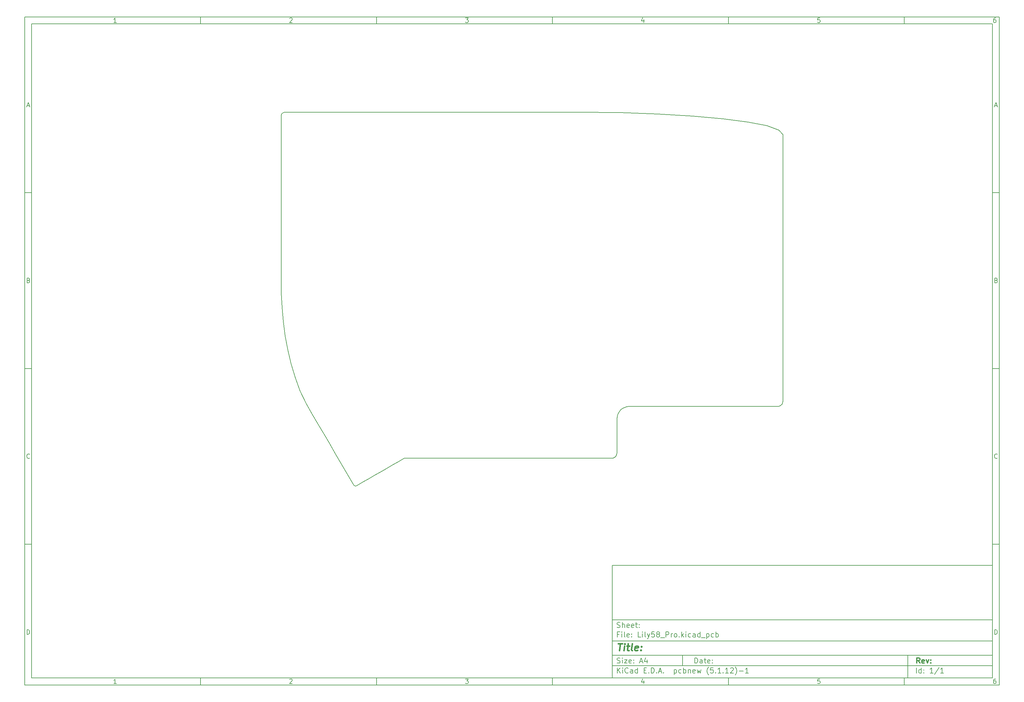
<source format=gm1>
G04 #@! TF.GenerationSoftware,KiCad,Pcbnew,(5.1.12)-1*
G04 #@! TF.CreationDate,2021-12-08T11:34:33+00:00*
G04 #@! TF.ProjectId,Lily58_Pro,4c696c79-3538-45f5-9072-6f2e6b696361,rev?*
G04 #@! TF.SameCoordinates,Original*
G04 #@! TF.FileFunction,Profile,NP*
%FSLAX46Y46*%
G04 Gerber Fmt 4.6, Leading zero omitted, Abs format (unit mm)*
G04 Created by KiCad (PCBNEW (5.1.12)-1) date 2021-12-08 11:34:33*
%MOMM*%
%LPD*%
G01*
G04 APERTURE LIST*
%ADD10C,0.100000*%
%ADD11C,0.150000*%
%ADD12C,0.300000*%
%ADD13C,0.400000*%
G04 #@! TA.AperFunction,Profile*
%ADD14C,0.200000*%
G04 #@! TD*
G04 APERTURE END LIST*
D10*
D11*
X177002200Y-166007200D02*
X177002200Y-198007200D01*
X285002200Y-198007200D01*
X285002200Y-166007200D01*
X177002200Y-166007200D01*
D10*
D11*
X10000000Y-10000000D02*
X10000000Y-200007200D01*
X287002200Y-200007200D01*
X287002200Y-10000000D01*
X10000000Y-10000000D01*
D10*
D11*
X12000000Y-12000000D02*
X12000000Y-198007200D01*
X285002200Y-198007200D01*
X285002200Y-12000000D01*
X12000000Y-12000000D01*
D10*
D11*
X60000000Y-12000000D02*
X60000000Y-10000000D01*
D10*
D11*
X110000000Y-12000000D02*
X110000000Y-10000000D01*
D10*
D11*
X160000000Y-12000000D02*
X160000000Y-10000000D01*
D10*
D11*
X210000000Y-12000000D02*
X210000000Y-10000000D01*
D10*
D11*
X260000000Y-12000000D02*
X260000000Y-10000000D01*
D10*
D11*
X36065476Y-11588095D02*
X35322619Y-11588095D01*
X35694047Y-11588095D02*
X35694047Y-10288095D01*
X35570238Y-10473809D01*
X35446428Y-10597619D01*
X35322619Y-10659523D01*
D10*
D11*
X85322619Y-10411904D02*
X85384523Y-10350000D01*
X85508333Y-10288095D01*
X85817857Y-10288095D01*
X85941666Y-10350000D01*
X86003571Y-10411904D01*
X86065476Y-10535714D01*
X86065476Y-10659523D01*
X86003571Y-10845238D01*
X85260714Y-11588095D01*
X86065476Y-11588095D01*
D10*
D11*
X135260714Y-10288095D02*
X136065476Y-10288095D01*
X135632142Y-10783333D01*
X135817857Y-10783333D01*
X135941666Y-10845238D01*
X136003571Y-10907142D01*
X136065476Y-11030952D01*
X136065476Y-11340476D01*
X136003571Y-11464285D01*
X135941666Y-11526190D01*
X135817857Y-11588095D01*
X135446428Y-11588095D01*
X135322619Y-11526190D01*
X135260714Y-11464285D01*
D10*
D11*
X185941666Y-10721428D02*
X185941666Y-11588095D01*
X185632142Y-10226190D02*
X185322619Y-11154761D01*
X186127380Y-11154761D01*
D10*
D11*
X236003571Y-10288095D02*
X235384523Y-10288095D01*
X235322619Y-10907142D01*
X235384523Y-10845238D01*
X235508333Y-10783333D01*
X235817857Y-10783333D01*
X235941666Y-10845238D01*
X236003571Y-10907142D01*
X236065476Y-11030952D01*
X236065476Y-11340476D01*
X236003571Y-11464285D01*
X235941666Y-11526190D01*
X235817857Y-11588095D01*
X235508333Y-11588095D01*
X235384523Y-11526190D01*
X235322619Y-11464285D01*
D10*
D11*
X285941666Y-10288095D02*
X285694047Y-10288095D01*
X285570238Y-10350000D01*
X285508333Y-10411904D01*
X285384523Y-10597619D01*
X285322619Y-10845238D01*
X285322619Y-11340476D01*
X285384523Y-11464285D01*
X285446428Y-11526190D01*
X285570238Y-11588095D01*
X285817857Y-11588095D01*
X285941666Y-11526190D01*
X286003571Y-11464285D01*
X286065476Y-11340476D01*
X286065476Y-11030952D01*
X286003571Y-10907142D01*
X285941666Y-10845238D01*
X285817857Y-10783333D01*
X285570238Y-10783333D01*
X285446428Y-10845238D01*
X285384523Y-10907142D01*
X285322619Y-11030952D01*
D10*
D11*
X60000000Y-198007200D02*
X60000000Y-200007200D01*
D10*
D11*
X110000000Y-198007200D02*
X110000000Y-200007200D01*
D10*
D11*
X160000000Y-198007200D02*
X160000000Y-200007200D01*
D10*
D11*
X210000000Y-198007200D02*
X210000000Y-200007200D01*
D10*
D11*
X260000000Y-198007200D02*
X260000000Y-200007200D01*
D10*
D11*
X36065476Y-199595295D02*
X35322619Y-199595295D01*
X35694047Y-199595295D02*
X35694047Y-198295295D01*
X35570238Y-198481009D01*
X35446428Y-198604819D01*
X35322619Y-198666723D01*
D10*
D11*
X85322619Y-198419104D02*
X85384523Y-198357200D01*
X85508333Y-198295295D01*
X85817857Y-198295295D01*
X85941666Y-198357200D01*
X86003571Y-198419104D01*
X86065476Y-198542914D01*
X86065476Y-198666723D01*
X86003571Y-198852438D01*
X85260714Y-199595295D01*
X86065476Y-199595295D01*
D10*
D11*
X135260714Y-198295295D02*
X136065476Y-198295295D01*
X135632142Y-198790533D01*
X135817857Y-198790533D01*
X135941666Y-198852438D01*
X136003571Y-198914342D01*
X136065476Y-199038152D01*
X136065476Y-199347676D01*
X136003571Y-199471485D01*
X135941666Y-199533390D01*
X135817857Y-199595295D01*
X135446428Y-199595295D01*
X135322619Y-199533390D01*
X135260714Y-199471485D01*
D10*
D11*
X185941666Y-198728628D02*
X185941666Y-199595295D01*
X185632142Y-198233390D02*
X185322619Y-199161961D01*
X186127380Y-199161961D01*
D10*
D11*
X236003571Y-198295295D02*
X235384523Y-198295295D01*
X235322619Y-198914342D01*
X235384523Y-198852438D01*
X235508333Y-198790533D01*
X235817857Y-198790533D01*
X235941666Y-198852438D01*
X236003571Y-198914342D01*
X236065476Y-199038152D01*
X236065476Y-199347676D01*
X236003571Y-199471485D01*
X235941666Y-199533390D01*
X235817857Y-199595295D01*
X235508333Y-199595295D01*
X235384523Y-199533390D01*
X235322619Y-199471485D01*
D10*
D11*
X285941666Y-198295295D02*
X285694047Y-198295295D01*
X285570238Y-198357200D01*
X285508333Y-198419104D01*
X285384523Y-198604819D01*
X285322619Y-198852438D01*
X285322619Y-199347676D01*
X285384523Y-199471485D01*
X285446428Y-199533390D01*
X285570238Y-199595295D01*
X285817857Y-199595295D01*
X285941666Y-199533390D01*
X286003571Y-199471485D01*
X286065476Y-199347676D01*
X286065476Y-199038152D01*
X286003571Y-198914342D01*
X285941666Y-198852438D01*
X285817857Y-198790533D01*
X285570238Y-198790533D01*
X285446428Y-198852438D01*
X285384523Y-198914342D01*
X285322619Y-199038152D01*
D10*
D11*
X10000000Y-60000000D02*
X12000000Y-60000000D01*
D10*
D11*
X10000000Y-110000000D02*
X12000000Y-110000000D01*
D10*
D11*
X10000000Y-160000000D02*
X12000000Y-160000000D01*
D10*
D11*
X10690476Y-35216666D02*
X11309523Y-35216666D01*
X10566666Y-35588095D02*
X11000000Y-34288095D01*
X11433333Y-35588095D01*
D10*
D11*
X11092857Y-84907142D02*
X11278571Y-84969047D01*
X11340476Y-85030952D01*
X11402380Y-85154761D01*
X11402380Y-85340476D01*
X11340476Y-85464285D01*
X11278571Y-85526190D01*
X11154761Y-85588095D01*
X10659523Y-85588095D01*
X10659523Y-84288095D01*
X11092857Y-84288095D01*
X11216666Y-84350000D01*
X11278571Y-84411904D01*
X11340476Y-84535714D01*
X11340476Y-84659523D01*
X11278571Y-84783333D01*
X11216666Y-84845238D01*
X11092857Y-84907142D01*
X10659523Y-84907142D01*
D10*
D11*
X11402380Y-135464285D02*
X11340476Y-135526190D01*
X11154761Y-135588095D01*
X11030952Y-135588095D01*
X10845238Y-135526190D01*
X10721428Y-135402380D01*
X10659523Y-135278571D01*
X10597619Y-135030952D01*
X10597619Y-134845238D01*
X10659523Y-134597619D01*
X10721428Y-134473809D01*
X10845238Y-134350000D01*
X11030952Y-134288095D01*
X11154761Y-134288095D01*
X11340476Y-134350000D01*
X11402380Y-134411904D01*
D10*
D11*
X10659523Y-185588095D02*
X10659523Y-184288095D01*
X10969047Y-184288095D01*
X11154761Y-184350000D01*
X11278571Y-184473809D01*
X11340476Y-184597619D01*
X11402380Y-184845238D01*
X11402380Y-185030952D01*
X11340476Y-185278571D01*
X11278571Y-185402380D01*
X11154761Y-185526190D01*
X10969047Y-185588095D01*
X10659523Y-185588095D01*
D10*
D11*
X287002200Y-60000000D02*
X285002200Y-60000000D01*
D10*
D11*
X287002200Y-110000000D02*
X285002200Y-110000000D01*
D10*
D11*
X287002200Y-160000000D02*
X285002200Y-160000000D01*
D10*
D11*
X285692676Y-35216666D02*
X286311723Y-35216666D01*
X285568866Y-35588095D02*
X286002200Y-34288095D01*
X286435533Y-35588095D01*
D10*
D11*
X286095057Y-84907142D02*
X286280771Y-84969047D01*
X286342676Y-85030952D01*
X286404580Y-85154761D01*
X286404580Y-85340476D01*
X286342676Y-85464285D01*
X286280771Y-85526190D01*
X286156961Y-85588095D01*
X285661723Y-85588095D01*
X285661723Y-84288095D01*
X286095057Y-84288095D01*
X286218866Y-84350000D01*
X286280771Y-84411904D01*
X286342676Y-84535714D01*
X286342676Y-84659523D01*
X286280771Y-84783333D01*
X286218866Y-84845238D01*
X286095057Y-84907142D01*
X285661723Y-84907142D01*
D10*
D11*
X286404580Y-135464285D02*
X286342676Y-135526190D01*
X286156961Y-135588095D01*
X286033152Y-135588095D01*
X285847438Y-135526190D01*
X285723628Y-135402380D01*
X285661723Y-135278571D01*
X285599819Y-135030952D01*
X285599819Y-134845238D01*
X285661723Y-134597619D01*
X285723628Y-134473809D01*
X285847438Y-134350000D01*
X286033152Y-134288095D01*
X286156961Y-134288095D01*
X286342676Y-134350000D01*
X286404580Y-134411904D01*
D10*
D11*
X285661723Y-185588095D02*
X285661723Y-184288095D01*
X285971247Y-184288095D01*
X286156961Y-184350000D01*
X286280771Y-184473809D01*
X286342676Y-184597619D01*
X286404580Y-184845238D01*
X286404580Y-185030952D01*
X286342676Y-185278571D01*
X286280771Y-185402380D01*
X286156961Y-185526190D01*
X285971247Y-185588095D01*
X285661723Y-185588095D01*
D10*
D11*
X200434342Y-193785771D02*
X200434342Y-192285771D01*
X200791485Y-192285771D01*
X201005771Y-192357200D01*
X201148628Y-192500057D01*
X201220057Y-192642914D01*
X201291485Y-192928628D01*
X201291485Y-193142914D01*
X201220057Y-193428628D01*
X201148628Y-193571485D01*
X201005771Y-193714342D01*
X200791485Y-193785771D01*
X200434342Y-193785771D01*
X202577200Y-193785771D02*
X202577200Y-193000057D01*
X202505771Y-192857200D01*
X202362914Y-192785771D01*
X202077200Y-192785771D01*
X201934342Y-192857200D01*
X202577200Y-193714342D02*
X202434342Y-193785771D01*
X202077200Y-193785771D01*
X201934342Y-193714342D01*
X201862914Y-193571485D01*
X201862914Y-193428628D01*
X201934342Y-193285771D01*
X202077200Y-193214342D01*
X202434342Y-193214342D01*
X202577200Y-193142914D01*
X203077200Y-192785771D02*
X203648628Y-192785771D01*
X203291485Y-192285771D02*
X203291485Y-193571485D01*
X203362914Y-193714342D01*
X203505771Y-193785771D01*
X203648628Y-193785771D01*
X204720057Y-193714342D02*
X204577200Y-193785771D01*
X204291485Y-193785771D01*
X204148628Y-193714342D01*
X204077200Y-193571485D01*
X204077200Y-193000057D01*
X204148628Y-192857200D01*
X204291485Y-192785771D01*
X204577200Y-192785771D01*
X204720057Y-192857200D01*
X204791485Y-193000057D01*
X204791485Y-193142914D01*
X204077200Y-193285771D01*
X205434342Y-193642914D02*
X205505771Y-193714342D01*
X205434342Y-193785771D01*
X205362914Y-193714342D01*
X205434342Y-193642914D01*
X205434342Y-193785771D01*
X205434342Y-192857200D02*
X205505771Y-192928628D01*
X205434342Y-193000057D01*
X205362914Y-192928628D01*
X205434342Y-192857200D01*
X205434342Y-193000057D01*
D10*
D11*
X177002200Y-194507200D02*
X285002200Y-194507200D01*
D10*
D11*
X178434342Y-196585771D02*
X178434342Y-195085771D01*
X179291485Y-196585771D02*
X178648628Y-195728628D01*
X179291485Y-195085771D02*
X178434342Y-195942914D01*
X179934342Y-196585771D02*
X179934342Y-195585771D01*
X179934342Y-195085771D02*
X179862914Y-195157200D01*
X179934342Y-195228628D01*
X180005771Y-195157200D01*
X179934342Y-195085771D01*
X179934342Y-195228628D01*
X181505771Y-196442914D02*
X181434342Y-196514342D01*
X181220057Y-196585771D01*
X181077200Y-196585771D01*
X180862914Y-196514342D01*
X180720057Y-196371485D01*
X180648628Y-196228628D01*
X180577200Y-195942914D01*
X180577200Y-195728628D01*
X180648628Y-195442914D01*
X180720057Y-195300057D01*
X180862914Y-195157200D01*
X181077200Y-195085771D01*
X181220057Y-195085771D01*
X181434342Y-195157200D01*
X181505771Y-195228628D01*
X182791485Y-196585771D02*
X182791485Y-195800057D01*
X182720057Y-195657200D01*
X182577200Y-195585771D01*
X182291485Y-195585771D01*
X182148628Y-195657200D01*
X182791485Y-196514342D02*
X182648628Y-196585771D01*
X182291485Y-196585771D01*
X182148628Y-196514342D01*
X182077200Y-196371485D01*
X182077200Y-196228628D01*
X182148628Y-196085771D01*
X182291485Y-196014342D01*
X182648628Y-196014342D01*
X182791485Y-195942914D01*
X184148628Y-196585771D02*
X184148628Y-195085771D01*
X184148628Y-196514342D02*
X184005771Y-196585771D01*
X183720057Y-196585771D01*
X183577200Y-196514342D01*
X183505771Y-196442914D01*
X183434342Y-196300057D01*
X183434342Y-195871485D01*
X183505771Y-195728628D01*
X183577200Y-195657200D01*
X183720057Y-195585771D01*
X184005771Y-195585771D01*
X184148628Y-195657200D01*
X186005771Y-195800057D02*
X186505771Y-195800057D01*
X186720057Y-196585771D02*
X186005771Y-196585771D01*
X186005771Y-195085771D01*
X186720057Y-195085771D01*
X187362914Y-196442914D02*
X187434342Y-196514342D01*
X187362914Y-196585771D01*
X187291485Y-196514342D01*
X187362914Y-196442914D01*
X187362914Y-196585771D01*
X188077200Y-196585771D02*
X188077200Y-195085771D01*
X188434342Y-195085771D01*
X188648628Y-195157200D01*
X188791485Y-195300057D01*
X188862914Y-195442914D01*
X188934342Y-195728628D01*
X188934342Y-195942914D01*
X188862914Y-196228628D01*
X188791485Y-196371485D01*
X188648628Y-196514342D01*
X188434342Y-196585771D01*
X188077200Y-196585771D01*
X189577200Y-196442914D02*
X189648628Y-196514342D01*
X189577200Y-196585771D01*
X189505771Y-196514342D01*
X189577200Y-196442914D01*
X189577200Y-196585771D01*
X190220057Y-196157200D02*
X190934342Y-196157200D01*
X190077200Y-196585771D02*
X190577200Y-195085771D01*
X191077200Y-196585771D01*
X191577200Y-196442914D02*
X191648628Y-196514342D01*
X191577200Y-196585771D01*
X191505771Y-196514342D01*
X191577200Y-196442914D01*
X191577200Y-196585771D01*
X194577200Y-195585771D02*
X194577200Y-197085771D01*
X194577200Y-195657200D02*
X194720057Y-195585771D01*
X195005771Y-195585771D01*
X195148628Y-195657200D01*
X195220057Y-195728628D01*
X195291485Y-195871485D01*
X195291485Y-196300057D01*
X195220057Y-196442914D01*
X195148628Y-196514342D01*
X195005771Y-196585771D01*
X194720057Y-196585771D01*
X194577200Y-196514342D01*
X196577200Y-196514342D02*
X196434342Y-196585771D01*
X196148628Y-196585771D01*
X196005771Y-196514342D01*
X195934342Y-196442914D01*
X195862914Y-196300057D01*
X195862914Y-195871485D01*
X195934342Y-195728628D01*
X196005771Y-195657200D01*
X196148628Y-195585771D01*
X196434342Y-195585771D01*
X196577200Y-195657200D01*
X197220057Y-196585771D02*
X197220057Y-195085771D01*
X197220057Y-195657200D02*
X197362914Y-195585771D01*
X197648628Y-195585771D01*
X197791485Y-195657200D01*
X197862914Y-195728628D01*
X197934342Y-195871485D01*
X197934342Y-196300057D01*
X197862914Y-196442914D01*
X197791485Y-196514342D01*
X197648628Y-196585771D01*
X197362914Y-196585771D01*
X197220057Y-196514342D01*
X198577200Y-195585771D02*
X198577200Y-196585771D01*
X198577200Y-195728628D02*
X198648628Y-195657200D01*
X198791485Y-195585771D01*
X199005771Y-195585771D01*
X199148628Y-195657200D01*
X199220057Y-195800057D01*
X199220057Y-196585771D01*
X200505771Y-196514342D02*
X200362914Y-196585771D01*
X200077200Y-196585771D01*
X199934342Y-196514342D01*
X199862914Y-196371485D01*
X199862914Y-195800057D01*
X199934342Y-195657200D01*
X200077200Y-195585771D01*
X200362914Y-195585771D01*
X200505771Y-195657200D01*
X200577200Y-195800057D01*
X200577200Y-195942914D01*
X199862914Y-196085771D01*
X201077200Y-195585771D02*
X201362914Y-196585771D01*
X201648628Y-195871485D01*
X201934342Y-196585771D01*
X202220057Y-195585771D01*
X204362914Y-197157200D02*
X204291485Y-197085771D01*
X204148628Y-196871485D01*
X204077200Y-196728628D01*
X204005771Y-196514342D01*
X203934342Y-196157200D01*
X203934342Y-195871485D01*
X204005771Y-195514342D01*
X204077200Y-195300057D01*
X204148628Y-195157200D01*
X204291485Y-194942914D01*
X204362914Y-194871485D01*
X205648628Y-195085771D02*
X204934342Y-195085771D01*
X204862914Y-195800057D01*
X204934342Y-195728628D01*
X205077200Y-195657200D01*
X205434342Y-195657200D01*
X205577200Y-195728628D01*
X205648628Y-195800057D01*
X205720057Y-195942914D01*
X205720057Y-196300057D01*
X205648628Y-196442914D01*
X205577200Y-196514342D01*
X205434342Y-196585771D01*
X205077200Y-196585771D01*
X204934342Y-196514342D01*
X204862914Y-196442914D01*
X206362914Y-196442914D02*
X206434342Y-196514342D01*
X206362914Y-196585771D01*
X206291485Y-196514342D01*
X206362914Y-196442914D01*
X206362914Y-196585771D01*
X207862914Y-196585771D02*
X207005771Y-196585771D01*
X207434342Y-196585771D02*
X207434342Y-195085771D01*
X207291485Y-195300057D01*
X207148628Y-195442914D01*
X207005771Y-195514342D01*
X208505771Y-196442914D02*
X208577200Y-196514342D01*
X208505771Y-196585771D01*
X208434342Y-196514342D01*
X208505771Y-196442914D01*
X208505771Y-196585771D01*
X210005771Y-196585771D02*
X209148628Y-196585771D01*
X209577200Y-196585771D02*
X209577200Y-195085771D01*
X209434342Y-195300057D01*
X209291485Y-195442914D01*
X209148628Y-195514342D01*
X210577200Y-195228628D02*
X210648628Y-195157200D01*
X210791485Y-195085771D01*
X211148628Y-195085771D01*
X211291485Y-195157200D01*
X211362914Y-195228628D01*
X211434342Y-195371485D01*
X211434342Y-195514342D01*
X211362914Y-195728628D01*
X210505771Y-196585771D01*
X211434342Y-196585771D01*
X211934342Y-197157200D02*
X212005771Y-197085771D01*
X212148628Y-196871485D01*
X212220057Y-196728628D01*
X212291485Y-196514342D01*
X212362914Y-196157200D01*
X212362914Y-195871485D01*
X212291485Y-195514342D01*
X212220057Y-195300057D01*
X212148628Y-195157200D01*
X212005771Y-194942914D01*
X211934342Y-194871485D01*
X213077200Y-196014342D02*
X214220057Y-196014342D01*
X215720057Y-196585771D02*
X214862914Y-196585771D01*
X215291485Y-196585771D02*
X215291485Y-195085771D01*
X215148628Y-195300057D01*
X215005771Y-195442914D01*
X214862914Y-195514342D01*
D10*
D11*
X177002200Y-191507200D02*
X285002200Y-191507200D01*
D10*
D12*
X264411485Y-193785771D02*
X263911485Y-193071485D01*
X263554342Y-193785771D02*
X263554342Y-192285771D01*
X264125771Y-192285771D01*
X264268628Y-192357200D01*
X264340057Y-192428628D01*
X264411485Y-192571485D01*
X264411485Y-192785771D01*
X264340057Y-192928628D01*
X264268628Y-193000057D01*
X264125771Y-193071485D01*
X263554342Y-193071485D01*
X265625771Y-193714342D02*
X265482914Y-193785771D01*
X265197200Y-193785771D01*
X265054342Y-193714342D01*
X264982914Y-193571485D01*
X264982914Y-193000057D01*
X265054342Y-192857200D01*
X265197200Y-192785771D01*
X265482914Y-192785771D01*
X265625771Y-192857200D01*
X265697200Y-193000057D01*
X265697200Y-193142914D01*
X264982914Y-193285771D01*
X266197200Y-192785771D02*
X266554342Y-193785771D01*
X266911485Y-192785771D01*
X267482914Y-193642914D02*
X267554342Y-193714342D01*
X267482914Y-193785771D01*
X267411485Y-193714342D01*
X267482914Y-193642914D01*
X267482914Y-193785771D01*
X267482914Y-192857200D02*
X267554342Y-192928628D01*
X267482914Y-193000057D01*
X267411485Y-192928628D01*
X267482914Y-192857200D01*
X267482914Y-193000057D01*
D10*
D11*
X178362914Y-193714342D02*
X178577200Y-193785771D01*
X178934342Y-193785771D01*
X179077200Y-193714342D01*
X179148628Y-193642914D01*
X179220057Y-193500057D01*
X179220057Y-193357200D01*
X179148628Y-193214342D01*
X179077200Y-193142914D01*
X178934342Y-193071485D01*
X178648628Y-193000057D01*
X178505771Y-192928628D01*
X178434342Y-192857200D01*
X178362914Y-192714342D01*
X178362914Y-192571485D01*
X178434342Y-192428628D01*
X178505771Y-192357200D01*
X178648628Y-192285771D01*
X179005771Y-192285771D01*
X179220057Y-192357200D01*
X179862914Y-193785771D02*
X179862914Y-192785771D01*
X179862914Y-192285771D02*
X179791485Y-192357200D01*
X179862914Y-192428628D01*
X179934342Y-192357200D01*
X179862914Y-192285771D01*
X179862914Y-192428628D01*
X180434342Y-192785771D02*
X181220057Y-192785771D01*
X180434342Y-193785771D01*
X181220057Y-193785771D01*
X182362914Y-193714342D02*
X182220057Y-193785771D01*
X181934342Y-193785771D01*
X181791485Y-193714342D01*
X181720057Y-193571485D01*
X181720057Y-193000057D01*
X181791485Y-192857200D01*
X181934342Y-192785771D01*
X182220057Y-192785771D01*
X182362914Y-192857200D01*
X182434342Y-193000057D01*
X182434342Y-193142914D01*
X181720057Y-193285771D01*
X183077200Y-193642914D02*
X183148628Y-193714342D01*
X183077200Y-193785771D01*
X183005771Y-193714342D01*
X183077200Y-193642914D01*
X183077200Y-193785771D01*
X183077200Y-192857200D02*
X183148628Y-192928628D01*
X183077200Y-193000057D01*
X183005771Y-192928628D01*
X183077200Y-192857200D01*
X183077200Y-193000057D01*
X184862914Y-193357200D02*
X185577200Y-193357200D01*
X184720057Y-193785771D02*
X185220057Y-192285771D01*
X185720057Y-193785771D01*
X186862914Y-192785771D02*
X186862914Y-193785771D01*
X186505771Y-192214342D02*
X186148628Y-193285771D01*
X187077200Y-193285771D01*
D10*
D11*
X263434342Y-196585771D02*
X263434342Y-195085771D01*
X264791485Y-196585771D02*
X264791485Y-195085771D01*
X264791485Y-196514342D02*
X264648628Y-196585771D01*
X264362914Y-196585771D01*
X264220057Y-196514342D01*
X264148628Y-196442914D01*
X264077200Y-196300057D01*
X264077200Y-195871485D01*
X264148628Y-195728628D01*
X264220057Y-195657200D01*
X264362914Y-195585771D01*
X264648628Y-195585771D01*
X264791485Y-195657200D01*
X265505771Y-196442914D02*
X265577200Y-196514342D01*
X265505771Y-196585771D01*
X265434342Y-196514342D01*
X265505771Y-196442914D01*
X265505771Y-196585771D01*
X265505771Y-195657200D02*
X265577200Y-195728628D01*
X265505771Y-195800057D01*
X265434342Y-195728628D01*
X265505771Y-195657200D01*
X265505771Y-195800057D01*
X268148628Y-196585771D02*
X267291485Y-196585771D01*
X267720057Y-196585771D02*
X267720057Y-195085771D01*
X267577200Y-195300057D01*
X267434342Y-195442914D01*
X267291485Y-195514342D01*
X269862914Y-195014342D02*
X268577200Y-196942914D01*
X271148628Y-196585771D02*
X270291485Y-196585771D01*
X270720057Y-196585771D02*
X270720057Y-195085771D01*
X270577200Y-195300057D01*
X270434342Y-195442914D01*
X270291485Y-195514342D01*
D10*
D11*
X177002200Y-187507200D02*
X285002200Y-187507200D01*
D10*
D13*
X178714580Y-188211961D02*
X179857438Y-188211961D01*
X179036009Y-190211961D02*
X179286009Y-188211961D01*
X180274104Y-190211961D02*
X180440771Y-188878628D01*
X180524104Y-188211961D02*
X180416961Y-188307200D01*
X180500295Y-188402438D01*
X180607438Y-188307200D01*
X180524104Y-188211961D01*
X180500295Y-188402438D01*
X181107438Y-188878628D02*
X181869342Y-188878628D01*
X181476485Y-188211961D02*
X181262200Y-189926247D01*
X181333628Y-190116723D01*
X181512200Y-190211961D01*
X181702676Y-190211961D01*
X182655057Y-190211961D02*
X182476485Y-190116723D01*
X182405057Y-189926247D01*
X182619342Y-188211961D01*
X184190771Y-190116723D02*
X183988390Y-190211961D01*
X183607438Y-190211961D01*
X183428866Y-190116723D01*
X183357438Y-189926247D01*
X183452676Y-189164342D01*
X183571723Y-188973866D01*
X183774104Y-188878628D01*
X184155057Y-188878628D01*
X184333628Y-188973866D01*
X184405057Y-189164342D01*
X184381247Y-189354819D01*
X183405057Y-189545295D01*
X185155057Y-190021485D02*
X185238390Y-190116723D01*
X185131247Y-190211961D01*
X185047914Y-190116723D01*
X185155057Y-190021485D01*
X185131247Y-190211961D01*
X185286009Y-188973866D02*
X185369342Y-189069104D01*
X185262200Y-189164342D01*
X185178866Y-189069104D01*
X185286009Y-188973866D01*
X185262200Y-189164342D01*
D10*
D11*
X178934342Y-185600057D02*
X178434342Y-185600057D01*
X178434342Y-186385771D02*
X178434342Y-184885771D01*
X179148628Y-184885771D01*
X179720057Y-186385771D02*
X179720057Y-185385771D01*
X179720057Y-184885771D02*
X179648628Y-184957200D01*
X179720057Y-185028628D01*
X179791485Y-184957200D01*
X179720057Y-184885771D01*
X179720057Y-185028628D01*
X180648628Y-186385771D02*
X180505771Y-186314342D01*
X180434342Y-186171485D01*
X180434342Y-184885771D01*
X181791485Y-186314342D02*
X181648628Y-186385771D01*
X181362914Y-186385771D01*
X181220057Y-186314342D01*
X181148628Y-186171485D01*
X181148628Y-185600057D01*
X181220057Y-185457200D01*
X181362914Y-185385771D01*
X181648628Y-185385771D01*
X181791485Y-185457200D01*
X181862914Y-185600057D01*
X181862914Y-185742914D01*
X181148628Y-185885771D01*
X182505771Y-186242914D02*
X182577200Y-186314342D01*
X182505771Y-186385771D01*
X182434342Y-186314342D01*
X182505771Y-186242914D01*
X182505771Y-186385771D01*
X182505771Y-185457200D02*
X182577200Y-185528628D01*
X182505771Y-185600057D01*
X182434342Y-185528628D01*
X182505771Y-185457200D01*
X182505771Y-185600057D01*
X185077200Y-186385771D02*
X184362914Y-186385771D01*
X184362914Y-184885771D01*
X185577200Y-186385771D02*
X185577200Y-185385771D01*
X185577200Y-184885771D02*
X185505771Y-184957200D01*
X185577200Y-185028628D01*
X185648628Y-184957200D01*
X185577200Y-184885771D01*
X185577200Y-185028628D01*
X186505771Y-186385771D02*
X186362914Y-186314342D01*
X186291485Y-186171485D01*
X186291485Y-184885771D01*
X186934342Y-185385771D02*
X187291485Y-186385771D01*
X187648628Y-185385771D02*
X187291485Y-186385771D01*
X187148628Y-186742914D01*
X187077200Y-186814342D01*
X186934342Y-186885771D01*
X188934342Y-184885771D02*
X188220057Y-184885771D01*
X188148628Y-185600057D01*
X188220057Y-185528628D01*
X188362914Y-185457200D01*
X188720057Y-185457200D01*
X188862914Y-185528628D01*
X188934342Y-185600057D01*
X189005771Y-185742914D01*
X189005771Y-186100057D01*
X188934342Y-186242914D01*
X188862914Y-186314342D01*
X188720057Y-186385771D01*
X188362914Y-186385771D01*
X188220057Y-186314342D01*
X188148628Y-186242914D01*
X189862914Y-185528628D02*
X189720057Y-185457200D01*
X189648628Y-185385771D01*
X189577200Y-185242914D01*
X189577200Y-185171485D01*
X189648628Y-185028628D01*
X189720057Y-184957200D01*
X189862914Y-184885771D01*
X190148628Y-184885771D01*
X190291485Y-184957200D01*
X190362914Y-185028628D01*
X190434342Y-185171485D01*
X190434342Y-185242914D01*
X190362914Y-185385771D01*
X190291485Y-185457200D01*
X190148628Y-185528628D01*
X189862914Y-185528628D01*
X189720057Y-185600057D01*
X189648628Y-185671485D01*
X189577200Y-185814342D01*
X189577200Y-186100057D01*
X189648628Y-186242914D01*
X189720057Y-186314342D01*
X189862914Y-186385771D01*
X190148628Y-186385771D01*
X190291485Y-186314342D01*
X190362914Y-186242914D01*
X190434342Y-186100057D01*
X190434342Y-185814342D01*
X190362914Y-185671485D01*
X190291485Y-185600057D01*
X190148628Y-185528628D01*
X190720057Y-186528628D02*
X191862914Y-186528628D01*
X192220057Y-186385771D02*
X192220057Y-184885771D01*
X192791485Y-184885771D01*
X192934342Y-184957200D01*
X193005771Y-185028628D01*
X193077200Y-185171485D01*
X193077200Y-185385771D01*
X193005771Y-185528628D01*
X192934342Y-185600057D01*
X192791485Y-185671485D01*
X192220057Y-185671485D01*
X193720057Y-186385771D02*
X193720057Y-185385771D01*
X193720057Y-185671485D02*
X193791485Y-185528628D01*
X193862914Y-185457200D01*
X194005771Y-185385771D01*
X194148628Y-185385771D01*
X194862914Y-186385771D02*
X194720057Y-186314342D01*
X194648628Y-186242914D01*
X194577200Y-186100057D01*
X194577200Y-185671485D01*
X194648628Y-185528628D01*
X194720057Y-185457200D01*
X194862914Y-185385771D01*
X195077200Y-185385771D01*
X195220057Y-185457200D01*
X195291485Y-185528628D01*
X195362914Y-185671485D01*
X195362914Y-186100057D01*
X195291485Y-186242914D01*
X195220057Y-186314342D01*
X195077200Y-186385771D01*
X194862914Y-186385771D01*
X196005771Y-186242914D02*
X196077200Y-186314342D01*
X196005771Y-186385771D01*
X195934342Y-186314342D01*
X196005771Y-186242914D01*
X196005771Y-186385771D01*
X196720057Y-186385771D02*
X196720057Y-184885771D01*
X196862914Y-185814342D02*
X197291485Y-186385771D01*
X197291485Y-185385771D02*
X196720057Y-185957200D01*
X197934342Y-186385771D02*
X197934342Y-185385771D01*
X197934342Y-184885771D02*
X197862914Y-184957200D01*
X197934342Y-185028628D01*
X198005771Y-184957200D01*
X197934342Y-184885771D01*
X197934342Y-185028628D01*
X199291485Y-186314342D02*
X199148628Y-186385771D01*
X198862914Y-186385771D01*
X198720057Y-186314342D01*
X198648628Y-186242914D01*
X198577200Y-186100057D01*
X198577200Y-185671485D01*
X198648628Y-185528628D01*
X198720057Y-185457200D01*
X198862914Y-185385771D01*
X199148628Y-185385771D01*
X199291485Y-185457200D01*
X200577200Y-186385771D02*
X200577200Y-185600057D01*
X200505771Y-185457200D01*
X200362914Y-185385771D01*
X200077200Y-185385771D01*
X199934342Y-185457200D01*
X200577200Y-186314342D02*
X200434342Y-186385771D01*
X200077200Y-186385771D01*
X199934342Y-186314342D01*
X199862914Y-186171485D01*
X199862914Y-186028628D01*
X199934342Y-185885771D01*
X200077200Y-185814342D01*
X200434342Y-185814342D01*
X200577200Y-185742914D01*
X201934342Y-186385771D02*
X201934342Y-184885771D01*
X201934342Y-186314342D02*
X201791485Y-186385771D01*
X201505771Y-186385771D01*
X201362914Y-186314342D01*
X201291485Y-186242914D01*
X201220057Y-186100057D01*
X201220057Y-185671485D01*
X201291485Y-185528628D01*
X201362914Y-185457200D01*
X201505771Y-185385771D01*
X201791485Y-185385771D01*
X201934342Y-185457200D01*
X202291485Y-186528628D02*
X203434342Y-186528628D01*
X203791485Y-185385771D02*
X203791485Y-186885771D01*
X203791485Y-185457200D02*
X203934342Y-185385771D01*
X204220057Y-185385771D01*
X204362914Y-185457200D01*
X204434342Y-185528628D01*
X204505771Y-185671485D01*
X204505771Y-186100057D01*
X204434342Y-186242914D01*
X204362914Y-186314342D01*
X204220057Y-186385771D01*
X203934342Y-186385771D01*
X203791485Y-186314342D01*
X205791485Y-186314342D02*
X205648628Y-186385771D01*
X205362914Y-186385771D01*
X205220057Y-186314342D01*
X205148628Y-186242914D01*
X205077200Y-186100057D01*
X205077200Y-185671485D01*
X205148628Y-185528628D01*
X205220057Y-185457200D01*
X205362914Y-185385771D01*
X205648628Y-185385771D01*
X205791485Y-185457200D01*
X206434342Y-186385771D02*
X206434342Y-184885771D01*
X206434342Y-185457200D02*
X206577200Y-185385771D01*
X206862914Y-185385771D01*
X207005771Y-185457200D01*
X207077200Y-185528628D01*
X207148628Y-185671485D01*
X207148628Y-186100057D01*
X207077200Y-186242914D01*
X207005771Y-186314342D01*
X206862914Y-186385771D01*
X206577200Y-186385771D01*
X206434342Y-186314342D01*
D10*
D11*
X177002200Y-181507200D02*
X285002200Y-181507200D01*
D10*
D11*
X178362914Y-183614342D02*
X178577200Y-183685771D01*
X178934342Y-183685771D01*
X179077200Y-183614342D01*
X179148628Y-183542914D01*
X179220057Y-183400057D01*
X179220057Y-183257200D01*
X179148628Y-183114342D01*
X179077200Y-183042914D01*
X178934342Y-182971485D01*
X178648628Y-182900057D01*
X178505771Y-182828628D01*
X178434342Y-182757200D01*
X178362914Y-182614342D01*
X178362914Y-182471485D01*
X178434342Y-182328628D01*
X178505771Y-182257200D01*
X178648628Y-182185771D01*
X179005771Y-182185771D01*
X179220057Y-182257200D01*
X179862914Y-183685771D02*
X179862914Y-182185771D01*
X180505771Y-183685771D02*
X180505771Y-182900057D01*
X180434342Y-182757200D01*
X180291485Y-182685771D01*
X180077200Y-182685771D01*
X179934342Y-182757200D01*
X179862914Y-182828628D01*
X181791485Y-183614342D02*
X181648628Y-183685771D01*
X181362914Y-183685771D01*
X181220057Y-183614342D01*
X181148628Y-183471485D01*
X181148628Y-182900057D01*
X181220057Y-182757200D01*
X181362914Y-182685771D01*
X181648628Y-182685771D01*
X181791485Y-182757200D01*
X181862914Y-182900057D01*
X181862914Y-183042914D01*
X181148628Y-183185771D01*
X183077200Y-183614342D02*
X182934342Y-183685771D01*
X182648628Y-183685771D01*
X182505771Y-183614342D01*
X182434342Y-183471485D01*
X182434342Y-182900057D01*
X182505771Y-182757200D01*
X182648628Y-182685771D01*
X182934342Y-182685771D01*
X183077200Y-182757200D01*
X183148628Y-182900057D01*
X183148628Y-183042914D01*
X182434342Y-183185771D01*
X183577200Y-182685771D02*
X184148628Y-182685771D01*
X183791485Y-182185771D02*
X183791485Y-183471485D01*
X183862914Y-183614342D01*
X184005771Y-183685771D01*
X184148628Y-183685771D01*
X184648628Y-183542914D02*
X184720057Y-183614342D01*
X184648628Y-183685771D01*
X184577200Y-183614342D01*
X184648628Y-183542914D01*
X184648628Y-183685771D01*
X184648628Y-182757200D02*
X184720057Y-182828628D01*
X184648628Y-182900057D01*
X184577200Y-182828628D01*
X184648628Y-182757200D01*
X184648628Y-182900057D01*
D10*
D11*
X197002200Y-191507200D02*
X197002200Y-194507200D01*
D10*
D11*
X261002200Y-191507200D02*
X261002200Y-198007200D01*
D14*
X116186619Y-136480784D02*
X117862313Y-135510645D01*
X114510925Y-137450923D02*
X116186619Y-136480784D01*
X82937528Y-50750629D02*
X82937528Y-44443695D01*
X82937528Y-57057562D02*
X82937528Y-50750629D01*
X115211711Y-37086762D02*
X104803877Y-37086762D01*
X218692418Y-120789735D02*
X223959999Y-120789735D01*
X213424836Y-120789735D02*
X218692418Y-120789735D01*
X208157255Y-120789735D02*
X213424836Y-120789735D01*
X202889673Y-120789735D02*
X208157255Y-120789735D01*
X197622092Y-120789735D02*
X202889673Y-120789735D01*
X192354511Y-120789735D02*
X197622092Y-120789735D01*
X187086929Y-120789735D02*
X192354511Y-120789735D01*
X181819348Y-120789735D02*
X187086929Y-120789735D01*
X181113524Y-120860778D02*
X181819348Y-120789735D01*
X180456326Y-121064561D02*
X181113524Y-120860778D01*
X179861773Y-121387065D02*
X180456326Y-121064561D01*
X179343884Y-121814271D02*
X179861773Y-121387065D01*
X178916678Y-122332160D02*
X179343884Y-121814271D01*
X178594174Y-122926713D02*
X178916678Y-122332160D01*
X178390391Y-123583911D02*
X178594174Y-122926713D01*
X178319348Y-124289735D02*
X178390391Y-123583911D01*
X199807654Y-38170488D02*
X189919538Y-37585374D01*
X208420758Y-38945561D02*
X199807654Y-38170488D01*
X215525697Y-39885159D02*
X208420758Y-38945561D01*
X220889319Y-40963847D02*
X215525697Y-39885159D01*
X178989563Y-37215654D02*
X167250881Y-37086762D01*
X189919538Y-37585374D02*
X178989563Y-37215654D01*
X177658308Y-135255660D02*
X177403500Y-135393876D01*
X177880261Y-135072571D02*
X177658308Y-135255660D01*
X178063349Y-134850619D02*
X177880261Y-135072571D01*
X178201565Y-134595810D02*
X178063349Y-134850619D01*
X178288901Y-134314154D02*
X178201565Y-134595810D01*
X178319348Y-134011658D02*
X178288901Y-134314154D01*
X225460000Y-52918378D02*
X225460000Y-62400000D01*
X225460000Y-43436755D02*
X225460000Y-52918378D01*
X82937528Y-69671429D02*
X82937528Y-63364495D01*
X82937528Y-75978362D02*
X82937528Y-69671429D01*
X82937528Y-82285296D02*
X82937528Y-75978362D01*
X82937528Y-88592229D02*
X82937528Y-82285296D01*
X104803877Y-37086762D02*
X94396044Y-37086762D01*
X125619545Y-37086762D02*
X115211711Y-37086762D01*
X136027379Y-37086762D02*
X125619545Y-37086762D01*
X146435213Y-37086762D02*
X136027379Y-37086762D01*
X156843047Y-37086762D02*
X146435213Y-37086762D01*
X167250881Y-37086762D02*
X156843047Y-37086762D01*
X83400937Y-37265961D02*
X83579303Y-37169210D01*
X83245570Y-37394123D02*
X83400937Y-37265961D01*
X83117409Y-37549489D02*
X83245570Y-37394123D01*
X83020657Y-37727855D02*
X83117409Y-37549489D01*
X82959523Y-37925015D02*
X83020657Y-37727855D01*
X82938210Y-38136762D02*
X82959523Y-37925015D01*
X83776462Y-37108075D02*
X83988210Y-37086762D01*
X83579303Y-37169210D02*
X83776462Y-37108075D01*
X94396044Y-37086762D02*
X83988210Y-37086762D01*
X82937528Y-63364495D02*
X82937528Y-57057562D01*
X82937528Y-44443695D02*
X82937528Y-38136762D01*
X88291758Y-116318073D02*
X89993333Y-119989540D01*
X86863105Y-112530670D02*
X88291758Y-116318073D01*
X85688004Y-108649127D02*
X86863105Y-112530670D01*
X84747083Y-104695246D02*
X85688004Y-108649127D01*
X84020972Y-100690825D02*
X84747083Y-104695246D01*
X83490297Y-96657663D02*
X84020972Y-100690825D01*
X83135690Y-92617561D02*
X83490297Y-96657663D01*
X82937777Y-88592317D02*
X83135690Y-92617561D01*
X104288864Y-143357278D02*
X104456758Y-143271756D01*
X104130206Y-143404468D02*
X104288864Y-143357278D01*
X103981252Y-143413974D02*
X104130206Y-143404468D01*
X103842470Y-143386445D02*
X103981252Y-143413974D01*
X103714328Y-143322532D02*
X103842470Y-143386445D01*
X103597295Y-143222884D02*
X103714328Y-143322532D01*
X103491837Y-143088150D02*
X103597295Y-143222884D01*
X103398425Y-142918979D02*
X103491837Y-143088150D01*
X112835230Y-138421062D02*
X114510925Y-137450923D01*
X111159536Y-139391201D02*
X112835230Y-138421062D01*
X109483841Y-140361340D02*
X111159536Y-139391201D01*
X107808147Y-141331479D02*
X109483841Y-140361340D01*
X106132452Y-142301617D02*
X107808147Y-141331479D01*
X104456758Y-143271756D02*
X106132452Y-142301617D01*
X101722730Y-140052659D02*
X103398425Y-142918979D01*
X100047036Y-137186340D02*
X101722730Y-140052659D01*
X98371341Y-134320020D02*
X100047036Y-137186340D01*
X96695647Y-131453701D02*
X98371341Y-134320020D01*
X95019952Y-128587381D02*
X96695647Y-131453701D01*
X93344258Y-125721062D02*
X95019952Y-128587381D01*
X91668563Y-122854742D02*
X93344258Y-125721062D01*
X89992869Y-119988423D02*
X91668563Y-122854742D01*
X169449826Y-135511658D02*
X176819348Y-135511658D01*
X162080304Y-135511658D02*
X169449826Y-135511658D01*
X154710782Y-135511658D02*
X162080304Y-135511658D01*
X147341260Y-135511658D02*
X154710782Y-135511658D01*
X139971738Y-135511658D02*
X147341260Y-135511658D01*
X132602217Y-135511658D02*
X139971738Y-135511658D01*
X125232695Y-135511658D02*
X132602217Y-135511658D01*
X117863173Y-135511658D02*
X125232695Y-135511658D01*
X178319348Y-132816013D02*
X178319348Y-134011658D01*
X178319348Y-131597973D02*
X178319348Y-132816013D01*
X178319348Y-130379933D02*
X178319348Y-131597973D01*
X178319348Y-129161894D02*
X178319348Y-130379933D01*
X178319348Y-127943854D02*
X178319348Y-129161894D01*
X178319348Y-126725814D02*
X178319348Y-127943854D01*
X178319348Y-125507775D02*
X178319348Y-126725814D01*
X178319348Y-124289735D02*
X178319348Y-125507775D01*
X177121844Y-135481211D02*
X176819348Y-135511658D01*
X177403500Y-135393876D02*
X177121844Y-135481211D01*
X224278471Y-42156190D02*
X220889319Y-40963847D01*
X225460000Y-43436755D02*
X224278471Y-42156190D01*
X224262495Y-120759288D02*
X223959999Y-120789735D01*
X224544152Y-120671952D02*
X224262495Y-120759288D01*
X224798960Y-120533736D02*
X224544152Y-120671952D01*
X225020912Y-120350648D02*
X224798960Y-120533736D01*
X225204001Y-120128696D02*
X225020912Y-120350648D01*
X225342217Y-119873887D02*
X225204001Y-120128696D01*
X225429552Y-119592231D02*
X225342217Y-119873887D01*
X225459999Y-119289735D02*
X225429552Y-119592231D01*
X225460000Y-109808112D02*
X225460000Y-119289735D01*
X225460000Y-100326490D02*
X225460000Y-109808112D01*
X225460000Y-90844867D02*
X225460000Y-100326490D01*
X225460000Y-81363245D02*
X225460000Y-90844867D01*
X225460000Y-71881623D02*
X225460000Y-81363245D01*
X225460000Y-62400000D02*
X225460000Y-71881623D01*
M02*

</source>
